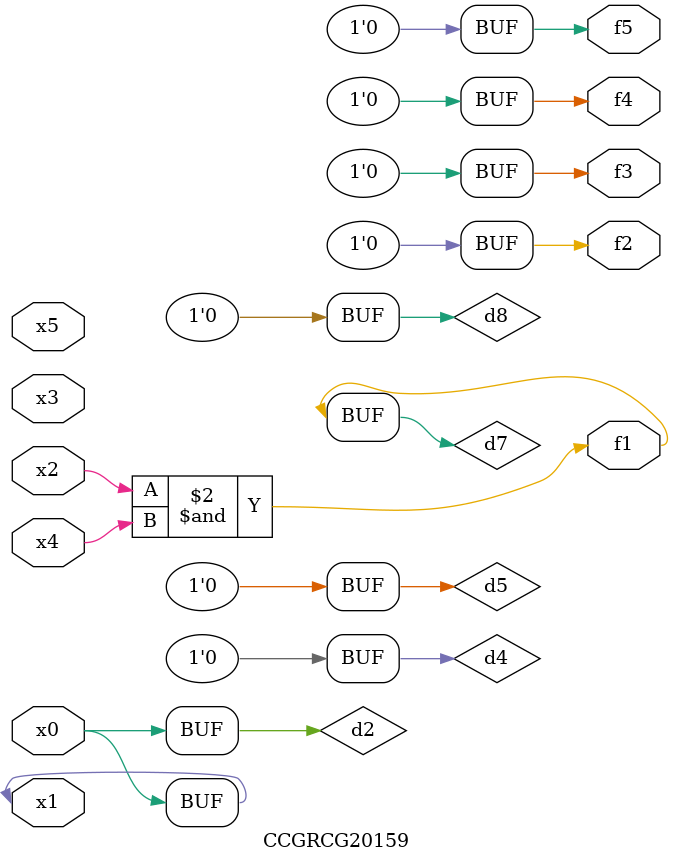
<source format=v>
module CCGRCG20159(
	input x0, x1, x2, x3, x4, x5,
	output f1, f2, f3, f4, f5
);

	wire d1, d2, d3, d4, d5, d6, d7, d8, d9;

	nand (d1, x1);
	buf (d2, x0, x1);
	nand (d3, x2, x4);
	and (d4, d1, d2);
	and (d5, d1, d2);
	nand (d6, d1, d3);
	not (d7, d3);
	xor (d8, d5);
	nor (d9, d5, d6);
	assign f1 = d7;
	assign f2 = d8;
	assign f3 = d8;
	assign f4 = d8;
	assign f5 = d8;
endmodule

</source>
